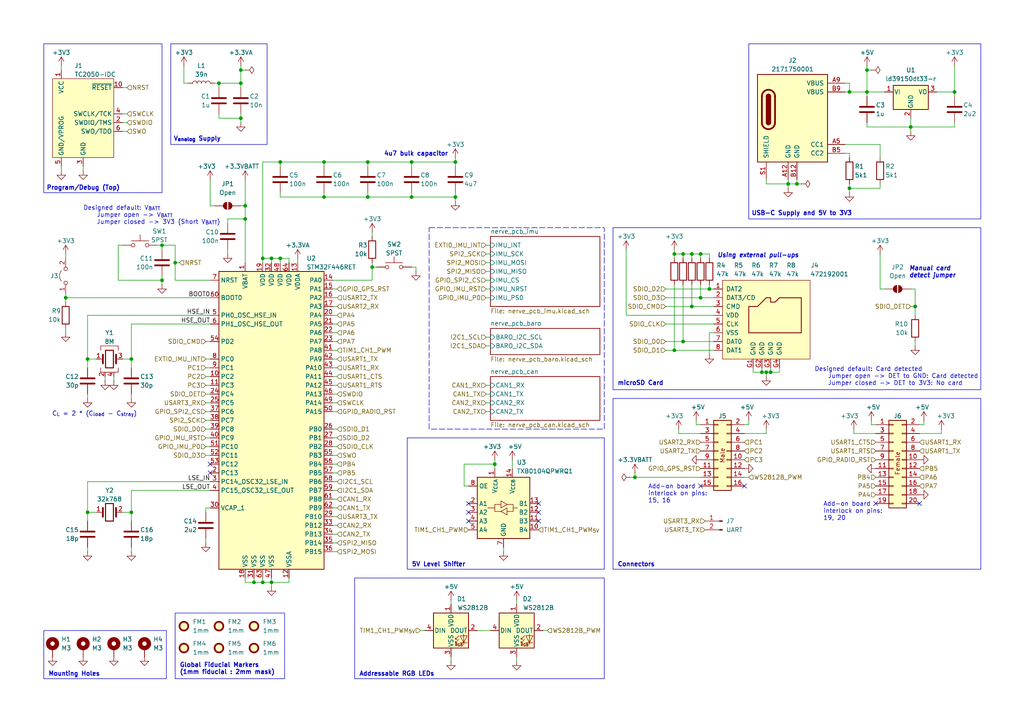
<source format=kicad_sch>
(kicad_sch (version 20250114) (generator "eeschema") (generator_version "9.0")
  (paper "A4")
  (title_block (title "Nerve PCB") (rev "0.1.0") (company "Daniel Jeon"))
  (rectangle (start 50.8 177.8) (end 82.55 196.85))
  (rectangle (start 49.53 12.7) (end 77.47 41.91))
  (rectangle (start 118.11 127) (end 175.26 165.1))
  (rectangle (start 12.7 182.88) (end 48.26 196.85))
  (rectangle (start 124.46 66.04) (end 175.26 124.46) (stroke (width 0) (type dash)))
  (rectangle (start 102.87 167.64) (end 175.26 196.85))
  (rectangle (start 217.17 12.7) (end 284.48 63.5))
  (rectangle (start 12.7 12.7) (end 46.99 55.88))
  (rectangle (start 177.8 115.57) (end 284.48 165.1))
  (rectangle (start 177.8 66.04) (end 284.48 113.03))
  (text "5V Level Shifter" (at 119.38 163.068 0) (effects (font (size 1.27 1.27) (bold yes)) (justify left top)))
  (text "Add-on board\ninterlock on pins:\n15, 16" (at 187.96 143.256 0) (effects (font (size 1.27 1.27)) (justify left)))
  (text "Mounting Holes" (at 13.97 194.818 0) (effects (font (size 1.27 1.27) (bold yes)) (justify left top)))
  (text "Add-on board\ninterlock on pins:\n19, 20" (at 238.76 148.336 0) (effects (font (size 1.27 1.27)) (justify left)))
  (text "Manual card \ndetect jumper" (at 263.652 78.994 0) (effects (font (size 1.27 1.27) (thickness 0.254) (bold yes) (italic yes)) (justify left)))
  (text "Global Fiducial Markers\n(1mm fiducial : 2mm mask)" (at 52.07 192.278 0) (effects (font (size 1.27 1.27) (bold yes)) (justify left top)))
  (text "microSD Card" (at 179.07 110.49 0) (effects (font (size 1.27 1.27) (bold yes)) (justify left top)))
  (text "Connectors" (at 179.07 163.068 0) (effects (font (size 1.27 1.27) (bold yes)) (justify left top)))
  (text "Designed default: V_{BATT}\n    Jumper open -> V_{BATT}\n    Jumper closed -> 3V3 (Short V_{BATT})" (at 24.13 62.484 0) (effects (font (size 1.27 1.27)) (justify left)))
  (text "C_{L} = 2 * (C_{load} - C_{stray})" (at 27.432 119.38 0) (effects (font (size 1.27 1.27) (thickness 0.1588)) (justify top)))
  (text "USB-C Supply and 5V to 3V3" (at 217.932 61.214 0) (effects (font (size 1.27 1.27) (bold yes)) (justify left top)))
  (text "4u7 bulk capacitor" (at 130.048 44.704 0) (effects (font (size 1.27 1.27) (thickness 0.254) (bold yes)) (justify right)))
  (text "Program/Debug (Top)" (at 13.462 53.848 0) (effects (font (size 1.27 1.27) (bold yes)) (justify left top)))
  (text "Addressable RGB LEDs" (at 104.14 194.818 0) (effects (font (size 1.27 1.27) (bold yes)) (justify left top)))
  (text "Designed default: Card detected\n    Jumper open -> DET to GND: Card detected\n    Jumper closed -> DET to 3V3: No card" (at 236.22 109.22 0) (effects (font (size 1.27 1.27)) (justify left)))
  (text "Using external pull-ups" (at 208.026 74.168 0) (effects (font (size 1.27 1.27) (thickness 0.254) (bold yes) (italic yes)) (justify left)))
  (text "V_{analog} Supply" (at 50.292 39.624 0) (effects (font (size 1.27 1.27) (bold yes)) (justify left top)))
  (junction (at 143.51 134.62))
  (junction (at 46.99 81.28))
  (junction (at 203.2 73.66))
  (junction (at 246.38 26.67))
  (junction (at 195.58 73.66))
  (junction (at 93.98 57.15))
  (junction (at 71.12 59.69))
  (junction (at 246.38 54.61))
  (junction (at 107.95 77.47))
  (junction (at 203.2 86.36))
  (junction (at 106.68 57.15))
  (junction (at 205.74 83.82))
  (junction (at 200.66 88.9))
  (junction (at 251.46 26.67))
  (junction (at 73.66 168.91))
  (junction (at 69.85 20.32))
  (junction (at 265.43 88.9))
  (junction (at 228.6 53.34))
  (junction (at 198.12 73.66))
  (junction (at 81.28 74.93))
  (junction (at 231.14 53.34))
  (junction (at 198.12 99.06))
  (junction (at 132.08 46.99))
  (junction (at 81.28 46.99))
  (junction (at 78.74 168.91))
  (junction (at 251.46 20.32))
  (junction (at 25.4 104.14))
  (junction (at 25.4 148.59))
  (junction (at 264.16 36.83))
  (junction (at 93.98 46.99))
  (junction (at 276.86 26.67))
  (junction (at 63.5 24.13))
  (junction (at 222.25 107.95))
  (junction (at 71.12 63.5))
  (junction (at 76.2 74.93))
  (junction (at 19.05 86.36))
  (junction (at 119.38 57.15))
  (junction (at 220.98 107.95))
  (junction (at 46.99 71.12))
  (junction (at 69.85 24.13))
  (junction (at 223.52 107.95))
  (junction (at 76.2 168.91))
  (junction (at 69.85 34.29))
  (junction (at 132.08 57.15))
  (junction (at 38.1 104.14))
  (junction (at 195.58 101.6))
  (junction (at 50.8 76.2))
  (junction (at 78.74 74.93))
  (junction (at 184.15 138.43))
  (junction (at 119.38 46.99))
  (junction (at 106.68 46.99))
  (junction (at 38.1 148.59))
  (junction (at 200.66 73.66))
  (no_connect (at 135.89 148.59))
  (no_connect (at 156.21 146.05))
  (no_connect (at 156.21 148.59))
  (no_connect (at 215.9 140.97))
  (no_connect (at 254 146.05))
  (no_connect (at 203.2 140.97))
  (no_connect (at 266.7 146.05))
  (no_connect (at 135.89 146.05))
  (no_connect (at 156.21 151.13))
  (no_connect (at 60.96 137.16))
  (no_connect (at 60.96 134.62))
  (no_connect (at 135.89 151.13))
  (wire (pts (xy 59.69 109.22) (xy 60.96 109.22)))
  (wire (pts (xy 53.34 19.05) (xy 53.34 24.13)))
  (wire (pts (xy 96.52 114.3) (xy 97.79 114.3)))
  (wire (pts (xy 203.2 73.66) (xy 203.2 74.93)))
  (wire (pts (xy 220.98 107.95) (xy 222.25 107.95)))
  (wire (pts (xy 35.56 33.02) (xy 36.83 33.02)))
  (wire (pts (xy 120.65 77.47) (xy 119.38 77.47)))
  (wire (pts (xy 251.46 26.67) (xy 251.46 27.94)))
  (wire (pts (xy 106.68 46.99) (xy 119.38 46.99)))
  (wire (pts (xy 25.4 148.59) (xy 25.4 151.13)))
  (wire (pts (xy 107.95 81.28) (xy 107.95 77.47)))
  (wire (pts (xy 264.16 36.83) (xy 276.86 36.83)))
  (wire (pts (xy 140.97 114.3) (xy 142.24 114.3)))
  (wire (pts (xy 217.17 123.19) (xy 217.17 121.92)))
  (wire (pts (xy 34.29 71.12) (xy 35.56 71.12)))
  (wire (pts (xy 254 123.19) (xy 252.73 123.19)))
  (wire (pts (xy 25.4 91.44) (xy 60.96 91.44)))
  (wire (pts (xy 149.86 191.77) (xy 149.86 190.5)))
  (wire (pts (xy 193.04 93.98) (xy 207.01 93.98)))
  (wire (pts (xy 96.52 96.52) (xy 97.79 96.52)))
  (wire (pts (xy 59.69 111.76) (xy 60.96 111.76)))
  (wire (pts (xy 140.97 116.84) (xy 142.24 116.84)))
  (wire (pts (xy 71.12 168.91) (xy 73.66 168.91)))
  (wire (pts (xy 38.1 93.98) (xy 60.96 93.98)))
  (wire (pts (xy 25.4 115.57) (xy 25.4 114.3)))
  (wire (pts (xy 96.52 106.68) (xy 97.79 106.68)))
  (wire (pts (xy 205.74 83.82) (xy 207.01 83.82)))
  (wire (pts (xy 195.58 73.66) (xy 195.58 74.93)))
  (wire (pts (xy 106.68 57.15) (xy 119.38 57.15)))
  (wire (pts (xy 140.97 86.36) (xy 142.24 86.36)))
  (wire (pts (xy 198.12 73.66) (xy 195.58 73.66)))
  (wire (pts (xy 19.05 85.09) (xy 19.05 86.36)))
  (wire (pts (xy 96.52 142.24) (xy 97.79 142.24)))
  (wire (pts (xy 267.97 123.19) (xy 267.97 121.92)))
  (wire (pts (xy 76.2 168.91) (xy 78.74 168.91)))
  (wire (pts (xy 143.51 134.62) (xy 143.51 135.89)))
  (wire (pts (xy 78.74 167.64) (xy 78.74 168.91)))
  (wire (pts (xy 198.12 82.55) (xy 198.12 99.06)))
  (wire (pts (xy 46.99 71.12) (xy 46.99 72.39)))
  (wire (pts (xy 266.7 123.19) (xy 267.97 123.19)))
  (wire (pts (xy 223.52 107.95) (xy 226.06 107.95)))
  (wire (pts (xy 205.74 96.52) (xy 205.74 102.87)))
  (wire (pts (xy 276.86 19.05) (xy 276.86 26.67)))
  (wire (pts (xy 96.52 132.08) (xy 97.79 132.08)))
  (wire (pts (xy 245.11 26.67) (xy 246.38 26.67)))
  (wire (pts (xy 69.85 25.4) (xy 69.85 24.13)))
  (wire (pts (xy 184.15 138.43) (xy 184.15 137.16)))
  (wire (pts (xy 158.75 182.88) (xy 157.48 182.88)))
  (wire (pts (xy 184.15 138.43) (xy 182.88 138.43)))
  (wire (pts (xy 265.43 83.82) (xy 265.43 88.9)))
  (wire (pts (xy 62.23 59.69) (xy 60.96 59.69)))
  (wire (pts (xy 34.29 71.12) (xy 34.29 81.28)))
  (wire (pts (xy 38.1 115.57) (xy 38.1 114.3)))
  (wire (pts (xy 66.04 73.66) (xy 66.04 72.39)))
  (wire (pts (xy 96.52 119.38) (xy 97.79 119.38)))
  (wire (pts (xy 217.17 138.43) (xy 215.9 138.43)))
  (wire (pts (xy 276.86 26.67) (xy 271.78 26.67)))
  (wire (pts (xy 119.38 46.99) (xy 119.38 48.26)))
  (wire (pts (xy 264.16 34.29) (xy 264.16 36.83)))
  (wire (pts (xy 247.65 124.46) (xy 247.65 125.73)))
  (wire (pts (xy 207.01 101.6) (xy 195.58 101.6)))
  (wire (pts (xy 106.68 55.88) (xy 106.68 57.15)))
  (wire (pts (xy 46.99 80.01) (xy 46.99 81.28)))
  (wire (pts (xy 218.44 106.68) (xy 218.44 107.95)))
  (wire (pts (xy 135.89 140.97) (xy 134.62 140.97)))
  (wire (pts (xy 222.25 107.95) (xy 223.52 107.95)))
  (wire (pts (xy 193.04 86.36) (xy 203.2 86.36)))
  (wire (pts (xy 78.74 168.91) (xy 78.74 170.18)))
  (wire (pts (xy 93.98 48.26) (xy 93.98 46.99)))
  (wire (pts (xy 25.4 91.44) (xy 25.4 104.14)))
  (wire (pts (xy 60.96 59.69) (xy 60.96 52.07)))
  (wire (pts (xy 96.52 147.32) (xy 97.79 147.32)))
  (wire (pts (xy 63.5 24.13) (xy 69.85 24.13)))
  (wire (pts (xy 201.93 123.19) (xy 201.93 121.92)))
  (wire (pts (xy 226.06 107.95) (xy 226.06 106.68)))
  (wire (pts (xy 106.68 46.99) (xy 106.68 48.26)))
  (wire (pts (xy 198.12 73.66) (xy 198.12 74.93)))
  (wire (pts (xy 195.58 73.66) (xy 195.58 72.39)))
  (wire (pts (xy 200.66 82.55) (xy 200.66 88.9)))
  (wire (pts (xy 73.66 168.91) (xy 76.2 168.91)))
  (wire (pts (xy 246.38 44.45) (xy 246.38 45.72)))
  (wire (pts (xy 63.5 34.29) (xy 69.85 34.29)))
  (wire (pts (xy 59.69 157.48) (xy 59.69 156.21)))
  (wire (pts (xy 38.1 104.14) (xy 35.56 104.14)))
  (wire (pts (xy 59.69 99.06) (xy 60.96 99.06)))
  (wire (pts (xy 231.14 52.07) (xy 231.14 53.34)))
  (wire (pts (xy 130.81 173.99) (xy 130.81 175.26)))
  (wire (pts (xy 96.52 111.76) (xy 97.79 111.76)))
  (wire (pts (xy 60.96 139.7) (xy 25.4 139.7)))
  (wire (pts (xy 246.38 54.61) (xy 255.27 54.61)))
  (wire (pts (xy 59.69 124.46) (xy 60.96 124.46)))
  (wire (pts (xy 251.46 20.32) (xy 251.46 26.67)))
  (wire (pts (xy 96.52 144.78) (xy 97.79 144.78)))
  (wire (pts (xy 25.4 139.7) (xy 25.4 148.59)))
  (wire (pts (xy 59.69 127) (xy 60.96 127)))
  (wire (pts (xy 96.52 137.16) (xy 97.79 137.16)))
  (wire (pts (xy 96.52 124.46) (xy 97.79 124.46)))
  (wire (pts (xy 222.25 125.73) (xy 215.9 125.73)))
  (wire (pts (xy 276.86 36.83) (xy 276.86 35.56)))
  (wire (pts (xy 62.23 24.13) (xy 63.5 24.13)))
  (wire (pts (xy 140.97 81.28) (xy 142.24 81.28)))
  (wire (pts (xy 203.2 123.19) (xy 201.93 123.19)))
  (wire (pts (xy 83.82 76.2) (xy 83.82 74.93)))
  (wire (pts (xy 96.52 109.22) (xy 97.79 109.22)))
  (wire (pts (xy 181.61 72.39) (xy 181.61 91.44)))
  (wire (pts (xy 220.98 106.68) (xy 220.98 107.95)))
  (wire (pts (xy 140.97 83.82) (xy 142.24 83.82)))
  (wire (pts (xy 120.65 78.74) (xy 120.65 77.47)))
  (wire (pts (xy 231.14 53.34) (xy 232.41 53.34)))
  (wire (pts (xy 193.04 88.9) (xy 200.66 88.9)))
  (wire (pts (xy 132.08 55.88) (xy 132.08 57.15)))
  (wire (pts (xy 63.5 33.02) (xy 63.5 34.29)))
  (wire (pts (xy 218.44 107.95) (xy 220.98 107.95)))
  (wire (pts (xy 107.95 67.31) (xy 107.95 68.58)))
  (wire (pts (xy 76.2 74.93) (xy 76.2 76.2)))
  (wire (pts (xy 251.46 26.67) (xy 256.54 26.67)))
  (wire (pts (xy 59.69 106.68) (xy 60.96 106.68)))
  (wire (pts (xy 81.28 48.26) (xy 81.28 46.99)))
  (wire (pts (xy 140.97 71.12) (xy 142.24 71.12)))
  (wire (pts (xy 140.97 119.38) (xy 142.24 119.38)))
  (wire (pts (xy 76.2 46.99) (xy 76.2 74.93)))
  (wire (pts (xy 46.99 71.12) (xy 50.8 71.12)))
  (wire (pts (xy 71.12 63.5) (xy 71.12 76.2)))
  (wire (pts (xy 59.69 116.84) (xy 60.96 116.84)))
  (wire (pts (xy 264.16 88.9) (xy 265.43 88.9)))
  (wire (pts (xy 59.69 104.14) (xy 60.96 104.14)))
  (wire (pts (xy 27.94 148.59) (xy 25.4 148.59)))
  (wire (pts (xy 71.12 52.07) (xy 71.12 59.69)))
  (wire (pts (xy 140.97 100.33) (xy 142.24 100.33)))
  (wire (pts (xy 93.98 55.88) (xy 93.98 57.15)))
  (wire (pts (xy 96.52 101.6) (xy 97.79 101.6)))
  (wire (pts (xy 205.74 74.93) (xy 205.74 73.66)))
  (wire (pts (xy 76.2 167.64) (xy 76.2 168.91)))
  (wire (pts (xy 222.25 107.95) (xy 222.25 109.22)))
  (wire (pts (xy 140.97 111.76) (xy 142.24 111.76)))
  (wire (pts (xy 149.86 173.99) (xy 149.86 175.26)))
  (wire (pts (xy 38.1 148.59) (xy 35.56 148.59)))
  (wire (pts (xy 132.08 57.15) (xy 132.08 58.42)))
  (wire (pts (xy 251.46 19.05) (xy 251.46 20.32)))
  (wire (pts (xy 265.43 88.9) (xy 265.43 91.44)))
  (wire (pts (xy 59.69 119.38) (xy 60.96 119.38)))
  (wire (pts (xy 193.04 101.6) (xy 195.58 101.6)))
  (wire (pts (xy 134.62 140.97) (xy 134.62 134.62)))
  (wire (pts (xy 252.73 20.32) (xy 251.46 20.32)))
  (wire (pts (xy 140.97 76.2) (xy 142.24 76.2)))
  (wire (pts (xy 46.99 81.28) (xy 46.99 82.55)))
  (wire (pts (xy 251.46 36.83) (xy 264.16 36.83)))
  (wire (pts (xy 251.46 36.83) (xy 251.46 35.56)))
  (wire (pts (xy 34.29 81.28) (xy 46.99 81.28)))
  (wire (pts (xy 119.38 46.99) (xy 132.08 46.99)))
  (wire (pts (xy 96.52 81.28) (xy 107.95 81.28)))
  (wire (pts (xy 33.02 110.49) (xy 33.02 109.22)))
  (wire (pts (xy 276.86 26.67) (xy 276.86 27.94)))
  (wire (pts (xy 38.1 148.59) (xy 38.1 151.13)))
  (wire (pts (xy 264.16 38.1) (xy 264.16 36.83)))
  (wire (pts (xy 138.43 182.88) (xy 142.24 182.88)))
  (wire (pts (xy 246.38 24.13) (xy 246.38 26.67)))
  (wire (pts (xy 140.97 78.74) (xy 142.24 78.74)))
  (wire (pts (xy 60.96 147.32) (xy 59.69 147.32)))
  (wire (pts (xy 228.6 53.34) (xy 231.14 53.34)))
  (wire (pts (xy 134.62 134.62) (xy 143.51 134.62)))
  (wire (pts (xy 222.25 124.46) (xy 222.25 125.73)))
  (wire (pts (xy 96.52 86.36) (xy 97.79 86.36)))
  (wire (pts (xy 59.69 132.08) (xy 60.96 132.08)))
  (wire (pts (xy 45.72 71.12) (xy 46.99 71.12)))
  (wire (pts (xy 222.25 52.07) (xy 222.25 53.34)))
  (wire (pts (xy 200.66 73.66) (xy 200.66 74.93)))
  (wire (pts (xy 38.1 142.24) (xy 60.96 142.24)))
  (wire (pts (xy 255.27 73.66) (xy 255.27 83.82)))
  (wire (pts (xy 203.2 82.55) (xy 203.2 86.36)))
  (wire (pts (xy 25.4 160.02) (xy 25.4 158.75)))
  (wire (pts (xy 71.12 167.64) (xy 71.12 168.91)))
  (wire (pts (xy 78.74 74.93) (xy 76.2 74.93)))
  (wire (pts (xy 96.52 149.86) (xy 97.79 149.86)))
  (wire (pts (xy 69.85 20.32) (xy 69.85 24.13)))
  (wire (pts (xy 205.74 73.66) (xy 203.2 73.66)))
  (wire (pts (xy 38.1 93.98) (xy 38.1 104.14)))
  (wire (pts (xy 246.38 53.34) (xy 246.38 54.61)))
  (wire (pts (xy 203.2 86.36) (xy 207.01 86.36)))
  (wire (pts (xy 17.78 19.05) (xy 17.78 20.32)))
  (wire (pts (xy 81.28 57.15) (xy 93.98 57.15)))
  (wire (pts (xy 132.08 46.99) (xy 132.08 48.26)))
  (wire (pts (xy 52.07 76.2) (xy 50.8 76.2)))
  (wire (pts (xy 148.59 133.35) (xy 148.59 135.89)))
  (wire (pts (xy 200.66 73.66) (xy 198.12 73.66)))
  (wire (pts (xy 207.01 99.06) (xy 198.12 99.06)))
  (wire (pts (xy 130.81 191.77) (xy 130.81 190.5)))
  (wire (pts (xy 66.04 63.5) (xy 71.12 63.5)))
  (wire (pts (xy 78.74 168.91) (xy 83.82 168.91)))
  (wire (pts (xy 246.38 44.45) (xy 245.11 44.45)))
  (wire (pts (xy 96.52 157.48) (xy 97.79 157.48)))
  (wire (pts (xy 81.28 55.88) (xy 81.28 57.15)))
  (wire (pts (xy 63.5 24.13) (xy 63.5 25.4)))
  (wire (pts (xy 265.43 99.06) (xy 265.43 100.33)))
  (wire (pts (xy 50.8 71.12) (xy 50.8 76.2)))
  (wire (pts (xy 19.05 74.93) (xy 19.05 73.66)))
  (wire (pts (xy 132.08 45.72) (xy 132.08 46.99)))
  (wire (pts (xy 119.38 57.15) (xy 132.08 57.15)))
  (wire (pts (xy 143.51 133.35) (xy 143.51 134.62)))
  (wire (pts (xy 59.69 129.54) (xy 60.96 129.54)))
  (wire (pts (xy 83.82 167.64) (xy 83.82 168.91)))
  (wire (pts (xy 245.11 41.91) (xy 255.27 41.91)))
  (wire (pts (xy 24.13 48.26) (xy 24.13 49.53)))
  (wire (pts (xy 205.74 96.52) (xy 207.01 96.52)))
  (wire (pts (xy 96.52 93.98) (xy 97.79 93.98)))
  (wire (pts (xy 19.05 86.36) (xy 19.05 87.63)))
  (wire (pts (xy 19.05 86.36) (xy 60.96 86.36)))
  (wire (pts (xy 66.04 64.77) (xy 66.04 63.5)))
  (wire (pts (xy 50.8 76.2) (xy 50.8 81.28)))
  (wire (pts (xy 246.38 26.67) (xy 251.46 26.67)))
  (wire (pts (xy 38.1 104.14) (xy 38.1 106.68)))
  (wire (pts (xy 96.52 104.14) (xy 97.79 104.14)))
  (wire (pts (xy 69.85 19.05) (xy 69.85 20.32)))
  (wire (pts (xy 73.66 167.64) (xy 73.66 168.91)))
  (wire (pts (xy 222.25 53.34) (xy 228.6 53.34)))
  (wire (pts (xy 35.56 38.1) (xy 36.83 38.1)))
  (wire (pts (xy 203.2 73.66) (xy 200.66 73.66)))
  (wire (pts (xy 35.56 35.56) (xy 36.83 35.56)))
  (wire (pts (xy 25.4 104.14) (xy 25.4 106.68)))
  (wire (pts (xy 228.6 53.34) (xy 228.6 54.61)))
  (wire (pts (xy 193.04 83.82) (xy 205.74 83.82)))
  (wire (pts (xy 38.1 142.24) (xy 38.1 148.59)))
  (wire (pts (xy 215.9 123.19) (xy 217.17 123.19)))
  (wire (pts (xy 96.52 83.82) (xy 97.79 83.82)))
  (wire (pts (xy 193.04 99.06) (xy 198.12 99.06)))
  (wire (pts (xy 86.36 74.93) (xy 86.36 76.2)))
  (wire (pts (xy 96.52 152.4) (xy 97.79 152.4)))
  (wire (pts (xy 96.52 154.94) (xy 97.79 154.94)))
  (wire (pts (xy 273.05 125.73) (xy 266.7 125.73)))
  (wire (pts (xy 228.6 52.07) (xy 228.6 53.34)))
  (wire (pts (xy 109.22 77.47) (xy 107.95 77.47)))
  (wire (pts (xy 93.98 46.99) (xy 106.68 46.99)))
  (wire (pts (xy 247.65 125.73) (xy 254 125.73)))
  (wire (pts (xy 195.58 82.55) (xy 195.58 101.6)))
  (wire (pts (xy 140.97 97.79) (xy 142.24 97.79)))
  (wire (pts (xy 38.1 160.02) (xy 38.1 158.75)))
  (wire (pts (xy 252.73 123.19) (xy 252.73 121.92)))
  (wire (pts (xy 81.28 46.99) (xy 93.98 46.99)))
  (wire (pts (xy 96.52 139.7) (xy 97.79 139.7)))
  (wire (pts (xy 207.01 88.9) (xy 200.66 88.9)))
  (wire (pts (xy 71.12 59.69) (xy 71.12 63.5)))
  (wire (pts (xy 121.92 182.88) (xy 123.19 182.88)))
  (wire (pts (xy 96.52 88.9) (xy 97.79 88.9)))
  (wire (pts (xy 256.54 83.82) (xy 255.27 83.82)))
  (wire (pts (xy 78.74 76.2) (xy 78.74 74.93)))
  (wire (pts (xy 119.38 55.88) (xy 119.38 57.15)))
  (wire (pts (xy 205.74 82.55) (xy 205.74 83.82)))
  (wire (pts (xy 96.52 91.44) (xy 97.79 91.44)))
  (wire (pts (xy 59.69 114.3) (xy 60.96 114.3)))
  (wire (pts (xy 69.85 59.69) (xy 71.12 59.69)))
  (wire (pts (xy 35.56 25.4) (xy 36.83 25.4)))
  (wire (pts (xy 78.74 74.93) (xy 81.28 74.93)))
  (wire (pts (xy 96.52 127) (xy 97.79 127)))
  (wire (pts (xy 69.85 33.02) (xy 69.85 34.29)))
  (wire (pts (xy 17.78 48.26) (xy 17.78 49.53)))
  (wire (pts (xy 93.98 57.15) (xy 106.68 57.15)))
  (wire (pts (xy 223.52 106.68) (xy 223.52 107.95)))
  (wire (pts (xy 107.95 77.47) (xy 107.95 76.2)))
  (wire (pts (xy 96.52 160.02) (xy 97.79 160.02)))
  (wire (pts (xy 140.97 73.66) (xy 142.24 73.66)))
  (wire (pts (xy 81.28 76.2) (xy 81.28 74.93)))
  (wire (pts (xy 196.85 125.73) (xy 203.2 125.73)))
  (wire (pts (xy 264.16 83.82) (xy 265.43 83.82)))
  (wire (pts (xy 69.85 35.56) (xy 69.85 34.29)))
  (wire (pts (xy 30.48 110.49) (xy 30.48 109.22)))
  (wire (pts (xy 273.05 124.46) (xy 273.05 125.73)))
  (wire (pts (xy 59.69 147.32) (xy 59.69 148.59)))
  (wire (pts (xy 50.8 81.28) (xy 60.96 81.28)))
  (wire (pts (xy 96.52 134.62) (xy 97.79 134.62)))
  (wire (pts (xy 245.11 24.13) (xy 246.38 24.13)))
  (wire (pts (xy 69.85 20.32) (xy 71.12 20.32)))
  (wire (pts (xy 255.27 41.91) (xy 255.27 45.72)))
  (wire (pts (xy 196.85 124.46) (xy 196.85 125.73)))
  (wire (pts (xy 53.34 24.13) (xy 54.61 24.13)))
  (wire (pts (xy 76.2 46.99) (xy 81.28 46.99)))
  (wire (pts (xy 181.61 91.44) (xy 207.01 91.44)))
  (wire (pts (xy 96.52 99.06) (xy 97.79 99.06)))
  (wire (pts (xy 146.05 160.02) (xy 146.05 158.75)))
  (wire (pts (xy 27.94 104.14) (xy 25.4 104.14)))
  (wire (pts (xy 96.52 129.54) (xy 97.79 129.54)))
  (wire (pts (xy 203.2 138.43) (xy 184.15 138.43)))
  (wire (pts (xy 19.05 96.52) (xy 19.05 95.25)))
  (wire (pts (xy 255.27 53.34) (xy 255.27 54.61)))
  (wire (pts (xy 83.82 74.93) (xy 81.28 74.93)))
  (wire (pts (xy 59.69 121.92) (xy 60.96 121.92)))
  (wire (pts (xy 246.38 54.61) (xy 246.38 55.88)))
  (wire (pts (xy 96.52 116.84) (xy 97.79 116.84)))
  (label "HSE_IN" (at 60.96 91.44 180))
  (label "HSE_OUT" (at 60.96 93.98 180))
  (label "LSE_IN" (at 60.96 139.7 180))
  (label "LSE_OUT" (at 60.96 142.24 180))
  (label "BOOT0" (at 60.96 86.36 180))
  (hierarchical_label "SWO" (shape input) (at 97.79 132.08 0))
  (hierarchical_label "I2C1_SCL" (shape input) (at 140.97 97.79 180))
  (hierarchical_label "GPIO_IMU_RST" (shape input) (at 140.97 83.82 180))
  (hierarchical_label "PC1" (shape input) (at 59.69 106.68 180))
  (hierarchical_label "USART1_RTS" (shape input) (at 97.79 111.76 0))
  (hierarchical_label "USART2_TX" (shape input) (at 97.79 86.36 0))
  (hierarchical_label "SPI2_MISO" (shape input) (at 140.97 78.74 180))
  (hierarchical_label "PC3" (shape input) (at 59.69 111.76 180))
  (hierarchical_label "GPIO_RADIO_RST" (shape input) (at 97.79 119.38 0))
  (hierarchical_label "SDIO_D1" (shape input) (at 193.04 101.6 180))
  (hierarchical_label "SDIO_D3" (shape input) (at 193.04 86.36 180))
  (hierarchical_label "USART1_CTS" (shape input) (at 254 128.27 180))
  (hierarchical_label "SDIO_CMD" (shape input) (at 193.04 88.9 180))
  (hierarchical_label "PC2" (shape input) (at 215.9 130.81 0))
  (hierarchical_label "GPIO_GPS_RST" (shape input) (at 97.79 83.82 0))
  (hierarchical_label "SPI2_SCK" (shape input) (at 140.97 73.66 180))
  (hierarchical_label "PC3" (shape input) (at 215.9 133.35 0))
  (hierarchical_label "I2C1_SDA" (shape input) (at 97.79 142.24 0))
  (hierarchical_label "TIM1_CH1_PWM" (shape input) (at 97.79 101.6 0))
  (hierarchical_label "USART2_TX" (shape input) (at 203.2 130.81 180))
  (hierarchical_label "GPIO_SPI2_CS" (shape input) (at 59.69 119.38 180))
  (hierarchical_label "GPIO_IMU_P0" (shape input) (at 140.97 86.36 180))
  (hierarchical_label "PA4" (shape input) (at 97.79 91.44 0))
  (hierarchical_label "CAN2_RX" (shape input) (at 97.79 152.4 0))
  (hierarchical_label "WS2812B_PWM" (shape input) (at 158.75 182.88 0))
  (hierarchical_label "USART1_CTS" (shape input) (at 97.79 109.22 0))
  (hierarchical_label "SDIO_D3" (shape input) (at 59.69 132.08 180))
  (hierarchical_label "USART1_RX" (shape input) (at 266.7 128.27 0))
  (hierarchical_label "NRST" (shape input) (at 52.07 76.2 0))
  (hierarchical_label "CAN1_TX" (shape input) (at 140.97 114.3 180))
  (hierarchical_label "GPIO_SPI2_CS" (shape input) (at 140.97 81.28 180))
  (hierarchical_label "CAN2_TX" (shape input) (at 140.97 119.38 180))
  (hierarchical_label "SDIO_DET" (shape input) (at 59.69 114.3 180))
  (hierarchical_label "PB4" (shape input) (at 97.79 134.62 0))
  (hierarchical_label "SDIO_D1" (shape input) (at 97.79 124.46 0))
  (hierarchical_label "I2C1_SCL" (shape input) (at 97.79 139.7 0))
  (hierarchical_label "SDIO_CLK" (shape input) (at 97.79 129.54 0))
  (hierarchical_label "USART1_TX" (shape input) (at 97.79 104.14 0))
  (hierarchical_label "USART3_RX" (shape input) (at 204.47 151.13 180))
  (hierarchical_label "SDIO_DET" (shape input) (at 264.16 88.9 180))
  (hierarchical_label "USART2_RX" (shape input) (at 203.2 128.27 180))
  (hierarchical_label "PA4" (shape input) (at 254 143.51 180))
  (hierarchical_label "NRST" (shape input) (at 36.83 25.4 0))
  (hierarchical_label "CAN1_TX" (shape input) (at 97.79 147.32 0))
  (hierarchical_label "PA6" (shape input) (at 97.79 96.52 0))
  (hierarchical_label "SWCLK" (shape input) (at 97.79 116.84 0))
  (hierarchical_label "SWO" (shape input) (at 36.83 38.1 0))
  (hierarchical_label "USART1_RX" (shape input) (at 97.79 106.68 0))
  (hierarchical_label "EXTI0_IMU_INT" (shape input) (at 59.69 104.14 180))
  (hierarchical_label "PC2" (shape input) (at 59.69 109.22 180))
  (hierarchical_label "PA7" (shape input) (at 266.7 140.97 0))
  (hierarchical_label "PB4" (shape input) (at 254 138.43 180))
  (hierarchical_label "USART3_TX" (shape input) (at 204.47 153.67 180))
  (hierarchical_label "PB5" (shape input) (at 97.79 137.16 0))
  (hierarchical_label "PA5" (shape input) (at 254 140.97 180))
  (hierarchical_label "EXTI0_IMU_INT" (shape input) (at 140.97 71.12 180))
  (hierarchical_label "PA5" (shape input) (at 97.79 93.98 0))
  (hierarchical_label "CAN2_RX" (shape input) (at 140.97 116.84 180))
  (hierarchical_label "SWDIO" (shape input) (at 36.83 35.56 0))
  (hierarchical_label "PA6" (shape input) (at 266.7 138.43 0))
  (hierarchical_label "CAN1_RX" (shape input) (at 97.79 144.78 0))
  (hierarchical_label "PA7" (shape input) (at 97.79 99.06 0))
  (hierarchical_label "USART3_RX" (shape input) (at 59.69 116.84 180))
  (hierarchical_label "CAN1_RX" (shape input) (at 140.97 111.76 180))
  (hierarchical_label "CAN2_TX" (shape input) (at 97.79 154.94 0))
  (hierarchical_label "SDIO_CMD" (shape input) (at 59.69 99.06 180))
  (hierarchical_label "I2C1_SDA" (shape input) (at 140.97 100.33 180))
  (hierarchical_label "PB5" (shape input) (at 266.7 135.89 0))
  (hierarchical_label "SPI2_SCK" (shape input) (at 59.69 121.92 180))
  (hierarchical_label "WS2812B_PWM" (shape input) (at 217.17 138.43 0))
  (hierarchical_label "SDIO_CLK" (shape input) (at 193.04 93.98 180))
  (hierarchical_label "USART1_RTS" (shape input) (at 254 130.81 180))
  (hierarchical_label "SPI2_MOSI" (shape input) (at 140.97 76.2 180))
  (hierarchical_label "USART2_RX" (shape input) (at 97.79 88.9 0))
  (hierarchical_label "SPI2_MISO" (shape input) (at 97.79 157.48 0))
  (hierarchical_label "SDIO_D2" (shape input) (at 193.04 83.82 180))
  (hierarchical_label "SDIO_D2" (shape input) (at 97.79 127 0))
  (hierarchical_label "SPI2_MOSI" (shape input) (at 97.79 160.02 0))
  (hierarchical_label "GPIO_RADIO_RST" (shape input) (at 254 133.35 180))
  (hierarchical_label "TIM1_CH1_PWM_{5V}" (shape input) (at 121.92 182.88 180))
  (hierarchical_label "SWCLK" (shape input) (at 36.83 33.02 0))
  (hierarchical_label "GPIO_IMU_RST" (shape input) (at 59.69 127 180))
  (hierarchical_label "GPIO_IMU_P0" (shape input) (at 59.69 129.54 180))
  (hierarchical_label "USART1_TX" (shape input) (at 266.7 130.81 0))
  (hierarchical_label "USART3_TX" (shape input) (at 97.79 149.86 0))
  (hierarchical_label "PC1" (shape input) (at 215.9 128.27 0))
  (hierarchical_label "SDIO_D0" (shape input) (at 193.04 99.06 180))
  (hierarchical_label "SDIO_D0" (shape input) (at 59.69 124.46 180))
  (hierarchical_label "GPIO_GPS_RST" (shape input) (at 203.2 135.89 180))
  (hierarchical_label "SWDIO" (shape input) (at 97.79 114.3 0))
  (hierarchical_label "TIM1_CH1_PWM_{5V}" (shape input) (at 156.21 153.67 0))
  (hierarchical_label "TIM1_CH1_PWM" (shape input) (at 135.89 153.67 180))
  (symbol (lib_id "power:GND") (at 215.9 135.89 90) (unit 1)
    (property "Reference" "#PWR045" (effects (hide yes)))
    (property "Value" "GND" (effects (hide yes)))
    (property "Description" "Power symbol creates a global label with name \"GND\" , ground" (effects (hide yes)))
  )
  (symbol (lib_id "Device:C") (at 276.86 31.75 0) (unit 1)
    (property "Reference" "C4" (at 279.4 30.48 0) (effects (justify left)))
    (property "Value" "2u2" (at 279.4 33.02 0) (effects (justify left)))
    (property "Footprint" "Capacitor_SMD:C_0603_1608Metric" (effects (hide yes)))
    (property "Description" "Unpolarized capacitor" (effects (hide yes)))
  )
  (symbol (lib_id "common:ecs-_327-12_5-34r-c-tr_32k768hz") (at 31.75 148.59 0) (unit 1)
    (property "Reference" "Y2" (at 31.75 142.24 0))
    (property "Value" "32k768" (at 31.75 144.78 0))
    (property "Footprint" "common:ecs_ecx-34r" (effects (hide yes)))
    (property "Datasheet" "https://ecsxtal.com/store/pdf/ECX_34R.pdf" (effects (hide yes)))
    (property "Description" "32.768 kHz ±10ppm Crystal 12.5pF 50 kOhms 2-SMD, No Lead" (effects (hide yes)))
    (property "Manufacturer" "ECS Inc." (effects (hide yes)))
    (property "Manufacturer Part Number" "ECS-.327-12.5-34R-C-TR" (effects (hide yes)))
    (property "Distributor" "DigiKey" (effects (hide yes)))
    (property "Distributor Part Number" "XC2127CT-ND" (effects (hide yes)))
    (property "Distributor Link" "https://www.digikey.ca/en/products/detail/ecs-inc/ECS-327-12-5-34R-C-TR/5875553?s=N4IgTCBcDaIKIGEDKBaAdAZjAdhQRjDQFYUMAWAJRQRQBUKQBdAXyA" (effects (hide yes)))
  )
  (symbol (lib_id "connectors:bf080-20-a-1-l-c") (at 260.35 134.62 0) (unit 1)
    (property "Reference" "J6" (at 260.35 120.65 0))
    (property "Value" "BF080-20-A-1-L-C" (effects (hide yes)))
    (property "Footprint" "connectors:bf080-20-a-1-l-c" (effects (hide yes)))
    (property "Datasheet" "https://gct.co/files/drawings/bf080.pdf" (effects (hide yes)))
    (property "Description" "20 Position Receptacle, Bottom or Top Entry Connector 0.079\" (2.00mm) Surface Mount Gold" (effects (hide yes)))
    (property "Manufacturer" "GCT" (effects (hide yes)))
    (property "Manufacturer Part Number" "BF080-20-A-1-L-C" (effects (hide yes)))
    (property "Distributor" "DigiKey" (effects (hide yes)))
    (property "Distributor Part Number" "2073-BF080-20-A-1-L-CCT-ND" (effects (hide yes)))
    (property "Distributor Link" "https://www.digikey.ca/en/products/detail/gct/BF080-20-A-1-L-C/16397025?s=N4IgTCBcDaIEYDMAMAOJBaMGCG6CM6ANugMYgC6AvkA" (effects (hide yes)))
  )
  (symbol (lib_id "Device:C") (at 251.46 31.75 0) (unit 1)
    (property "Reference" "C3" (at 254 30.48 0) (effects (justify left)))
    (property "Value" "1u" (at 254 33.02 0) (effects (justify left)))
    (property "Footprint" "Capacitor_SMD:C_0603_1608Metric" (effects (hide yes)))
    (property "Description" "Unpolarized capacitor" (effects (hide yes)))
  )
  (symbol (lib_id "Device:R") (at 205.74 78.74 0) (unit 1)
    (property "Reference" "R8" (at 228.092 76.962 0) (effects (justify left)))
    (property "Value" "47k" (at 228.092 79.502 0) (effects (justify left)))
    (property "Footprint" "Resistor_SMD:R_0603_1608Metric" (effects (hide yes)))
    (property "Description" "Resistor" (effects (hide yes)))
  )
  (symbol (lib_id "power:GND") (at 130.81 191.77 0) (unit 1)
    (property "Reference" "#PWR060" (effects (hide yes)))
    (property "Value" "GND" (effects (hide yes)))
    (property "Description" "Power symbol creates a global label with name \"GND\" , ground" (effects (hide yes)))
  )
  (symbol (lib_id "Device:R") (at 246.38 49.53 0) (unit 1)
    (property "Reference" "R1" (at 247.904 48.26 0) (effects (justify left)))
    (property "Value" "5k1" (at 247.904 50.8 0) (effects (justify left)))
    (property "Footprint" "Resistor_SMD:R_0603_1608Metric" (effects (hide yes)))
    (property "Description" "Resistor" (effects (hide yes)))
  )
  (symbol (lib_id "power:+5V") (at 267.97 121.92 0) (mirror y) (unit 1)
    (property "Reference" "#PWR036" (effects (hide yes)))
    (property "Value" "+5V" (at 267.462 118.11 0))
    (property "Description" "Power symbol creates a global label with name \"+5V\"" (effects (hide yes)))
  )
  (symbol (lib_id "power:GND") (at 33.02 190.5 0) (unit 1)
    (property "Reference" "#PWR058" (effects (hide yes)))
    (property "Value" "GND" (effects (hide yes)))
    (property "Description" "Power symbol creates a global label with name \"GND\" , ground" (effects (hide yes)))
  )
  (symbol (lib_id "power:PWR_FLAG") (at 252.73 20.32 270) (unit 1)
    (property "Reference" "#FLG02" (effects (hide yes)))
    (property "Value" "PWR_FLAG" (effects (hide yes)))
    (property "Description" "Special symbol for telling ERC where power comes from" (effects (hide yes)))
  )
  (symbol (lib_id "power:+5V") (at 217.17 121.92 0) (mirror y) (unit 1)
    (property "Reference" "#PWR034" (effects (hide yes)))
    (property "Value" "+5V" (at 216.662 118.11 0))
    (property "Description" "Power symbol creates a global label with name \"+5V\"" (effects (hide yes)))
  )
  (symbol (lib_id "power:+3V3") (at 53.34 19.05 0) (unit 1)
    (property "Reference" "#PWR02" (effects (hide yes)))
    (property "Value" "+3V3" (at 53.34 15.24 0))
    (property "Description" "Power symbol creates a global label with name \"+3V3\"" (effects (hide yes)))
  )
  (symbol (lib_id "power:PWR_FLAG") (at 182.88 138.43 90) (unit 1)
    (property "Reference" "#FLG04" (effects (hide yes)))
    (property "Value" "PWR_FLAG" (effects (hide yes)))
    (property "Description" "Special symbol for telling ERC where power comes from" (effects (hide yes)))
  )
  (symbol (lib_id "power:GND") (at 120.65 78.74 0) (unit 1)
    (property "Reference" "#PWR023" (effects (hide yes)))
    (property "Value" "GND" (effects (hide yes)))
    (property "Description" "Power symbol creates a global label with name \"GND\" , ground" (effects (hide yes)))
  )
  (symbol (lib_id "power:GND") (at 203.2 133.35 270) (unit 1)
    (property "Reference" "#PWR043" (effects (hide yes)))
    (property "Value" "GND" (effects (hide yes)))
    (property "Description" "Power symbol creates a global label with name \"GND\" , ground" (effects (hide yes)))
  )
  (symbol (lib_id "power:+5V") (at 201.93 121.92 0) (unit 1)
    (property "Reference" "#PWR033" (effects (hide yes)))
    (property "Value" "+5V" (at 202.438 118.11 0))
    (property "Description" "Power symbol creates a global label with name \"+5V\"" (effects (hide yes)))
  )
  (symbol (lib_id "Switch:SW_Push") (at 40.64 71.12 0) (unit 1)
    (property "Reference" "SW1" (at 46.228 67.056 0))
    (property "Value" "SPST" (at 46.228 69.596 0))
    (property "Footprint" "Button_Switch_THT:SW_PUSH_6mm" (effects (hide yes)))
    (property "Description" "Push button switch, generic, two pins" (effects (hide yes)))
  )
  (symbol (lib_id "power:GND") (at 24.13 49.53 0) (unit 1)
    (property "Reference" "#PWR010" (effects (hide yes)))
    (property "Value" "GND" (effects (hide yes)))
    (property "Description" "Power symbol creates a global label with name \"GND\" , ground" (effects (hide yes)))
  )
  (symbol (lib_id "Connector:Conn_01x02_Pin") (at 209.55 151.13 0) (mirror y) (unit 1)
    (property "Reference" "J7" (at 210.566 151.13 0) (effects (justify right)))
    (property "Value" "UART" (at 210.566 153.67 0) (effects (justify right)))
    (property "Footprint" "Connector_PinHeader_2.54mm:PinHeader_1x02_P2.54mm_Vertical" (effects (hide yes)))
    (property "Description" "Generic connector, single row, 01x02, script generated" (effects (hide yes)))
  )
  (symbol (lib_id "Device:C") (at 38.1 110.49 0) (unit 1)
    (property "Reference" "C13" (at 40.64 109.22 0) (effects (justify left)))
    (property "Value" "30p" (at 40.64 111.76 0) (effects (justify left)))
    (property "Footprint" "Capacitor_SMD:C_0402_1005Metric" (effects (hide yes)))
    (property "Description" "Unpolarized capacitor" (effects (hide yes)))
  )
  (symbol (lib_id "power:+3V3") (at 132.08 45.72 0) (unit 1)
    (property "Reference" "#PWR08" (effects (hide yes)))
    (property "Value" "+3V3" (at 132.08 41.91 0))
    (property "Description" "Power symbol creates a global label with name \"+3V3\"" (effects (hide yes)))
  )
  (symbol (lib_id "power:+3V3") (at 276.86 19.05 0) (unit 1)
    (property "Reference" "#PWR05" (effects (hide yes)))
    (property "Value" "+3V3" (at 276.86 15.24 0))
    (property "Description" "Power symbol creates a global label with name \"+3V3\"" (effects (hide yes)))
  )
  (symbol (lib_id "power:+3V3") (at 255.27 73.66 0) (unit 1)
    (property "Reference" "#PWR021" (effects (hide yes)))
    (property "Value" "+3V3" (at 255.27 69.85 0))
    (property "Description" "Power symbol creates a global label with name \"+3V3\"" (effects (hide yes)))
  )
  (symbol (lib_id "common:molex_472192001_microsd_hinge") (at 222.25 92.71 0) (unit 1)
    (property "Reference" "J4" (at 237.49 76.962 0) (effects (justify right)))
    (property "Value" "472192001" (at 246.126 79.502 0) (effects (justify right)))
    (property "Footprint" "common:molex_472192001_microsd_hinge" (effects (hide yes)))
    (property "Datasheet" "https://www.molex.com/en-us/products/part-detail/472192001" (effects (hide yes)))
    (property "Description" "8 Position Card Connector Secure Digital - microSD™ Surface Mount, Right Angle Gold" (effects (hide yes)))
    (property "Manufacturer" "Molex" (effects (hide yes)))
    (property "Manufacturer Part Number" "472192001" (effects (hide yes)))
    (property "Distributor" "DigiKey" (effects (hide yes)))
    (property "Distributor Part Number" "WM6698CT-ND" (effects (hide yes)))
    (property "Distributor Link" "https://www.digikey.ca/en/products/detail/molex/0472192001/3044807" (effects (hide yes)))
  )
  (symbol (lib_id "power:+3V3") (at 19.05 73.66 0) (unit 1)
    (property "Reference" "#PWR019" (effects (hide yes)))
    (property "Value" "+3V3" (at 19.05 69.85 0))
    (property "Description" "Power symbol creates a global label with name \"+3V3\"" (effects (hide yes)))
  )
  (symbol (lib_id "Device:C") (at 132.08 52.07 0) (unit 1)
    (property "Reference" "C9" (at 134.62 50.8 0) (effects (justify left)))
    (property "Value" "4u7" (at 134.62 53.34 0) (effects (justify left)))
    (property "Footprint" "Capacitor_SMD:C_0603_1608Metric" (effects (hide yes)))
    (property "Description" "Unpolarized capacitor" (effects (hide yes)))
  )
  (symbol (lib_id "power:+3V3") (at 71.12 52.07 0) (unit 1)
    (property "Reference" "#PWR012" (effects (hide yes)))
    (property "Value" "+3.3VBATT" (at 70.104 48.26 0))
    (property "Description" "Power symbol creates a global label with name \"+3V3\"" (effects (hide yes)))
  )
  (symbol (lib_id "Device:R") (at 200.66 78.74 0) (unit 1)
    (property "Reference" "R6" (at 217.932 76.962 0) (effects (justify left)))
    (property "Value" "47k" (at 217.932 79.502 0) (effects (justify left)))
    (property "Footprint" "Resistor_SMD:R_0603_1608Metric" (effects (hide yes)))
    (property "Description" "Resistor" (effects (hide yes)))
  )
  (symbol (lib_id "power:GND") (at 254 135.89 270) (mirror x) (unit 1)
    (property "Reference" "#PWR046" (effects (hide yes)))
    (property "Value" "GND" (effects (hide yes)))
    (property "Description" "Power symbol creates a global label with name \"GND\" , ground" (effects (hide yes)))
  )
  (symbol (lib_id "Mechanical:Fiducial") (at 63.5 187.96 0) (unit 1) (in_bom no)
    (property "Reference" "FM5" (at 66.04 186.6899 0) (effects (justify left)))
    (property "Value" "1mm" (at 66.04 189.2299 0) (effects (justify left)))
    (property "Footprint" "Fiducial:Fiducial_1mm_Mask2mm" (effects (hide yes)))
    (property "Description" "Fiducial Marker" (effects (hide yes)))
  )
  (symbol (lib_id "power:+3V3") (at 107.95 67.31 0) (unit 1)
    (property "Reference" "#PWR016" (effects (hide yes)))
    (property "Value" "+3V3" (at 107.95 63.5 0))
    (property "Description" "Power symbol creates a global label with name \"+3V3\"" (effects (hide yes)))
  )
  (symbol (lib_id "Device:R") (at 107.95 72.39 0) (unit 1)
    (property "Reference" "R3" (at 103.886 71.12 0) (effects (justify left)))
    (property "Value" "10k" (at 102.87 73.66 0) (effects (justify left)))
    (property "Footprint" "Resistor_SMD:R_0603_1608Metric" (effects (hide yes)))
    (property "Description" "Resistor" (effects (hide yes)))
  )
  (symbol (lib_id "Device:C") (at 59.69 152.4 0) (mirror y) (unit 1)
    (property "Reference" "C14" (at 57.15 151.13 0) (effects (justify left)))
    (property "Value" "2u2" (at 57.15 153.67 0) (effects (justify left)))
    (property "Footprint" "Capacitor_SMD:C_0603_1608Metric" (effects (hide yes)))
    (property "Description" "Unpolarized capacitor" (effects (hide yes)))
  )
  (symbol (lib_id "power:GND") (at 24.13 190.5 0) (unit 1)
    (property "Reference" "#PWR057" (effects (hide yes)))
    (property "Value" "GND" (effects (hide yes)))
    (property "Description" "Power symbol creates a global label with name \"GND\" , ground" (effects (hide yes)))
  )
  (symbol (lib_id "power:GND") (at 222.25 109.22 0) (unit 1)
    (property "Reference" "#PWR028" (effects (hide yes)))
    (property "Value" "GND" (effects (hide yes)))
    (property "Description" "Power symbol creates a global label with name \"GND\" , ground" (effects (hide yes)))
  )
  (symbol (lib_id "Device:R") (at 255.27 49.53 0) (unit 1)
    (property "Reference" "R2" (at 256.794 48.26 0) (effects (justify left)))
    (property "Value" "5k1" (at 256.794 50.8 0) (effects (justify left)))
    (property "Footprint" "Resistor_SMD:R_0603_1608Metric" (effects (hide yes)))
    (property "Description" "Resistor" (effects (hide yes)))
  )
  (symbol (lib_id "connectors:bf030-16a-b1-0360-0277-0600-lb") (at 209.55 132.08 0) (unit 1)
    (property "Reference" "J5" (at 209.55 120.65 0))
    (property "Value" "BF030-16A-B1-0360-0277-0600-LB" (effects (hide yes)))
    (property "Footprint" "connectors:bf030-16a-b1-0360-0277-0600-lb" (effects (hide yes)))
    (property "Datasheet" "https://gct.co/files/drawings/bf030.pdf" (effects (hide yes)))
    (property "Description" "Connector Header Surface Mount 16 position 0.079\" (2.00mm)" (effects (hide yes)))
    (property "Manufacturer" "GCT" (effects (hide yes)))
    (property "Manufacturer Part Number" "BF030-16A-B1-0360-0277-0600-LB" (effects (hide yes)))
    (property "Distributor" "DigiKey" (effects (hide yes)))
    (property "Distributor Part Number" "2073-BF030-16A-B1-0360-0277-0600-LBCT-ND" (effects (hide yes)))
    (property "Distributor Link" "https://www.digikey.ca/en/products/detail/gct/BF030-16A-B1-0360-0277-0600-LB/16397007" (effects (hide yes)))
  )
  (symbol (lib_id "power:+3V3") (at 69.85 19.05 0) (unit 1)
    (property "Reference" "#PWR03" (effects (hide yes)))
    (property "Value" "+3.3VA" (at 69.85 15.24 0))
    (property "Description" "Power symbol creates a global label with name \"+3V3\"" (effects (hide yes)))
  )
  (symbol (lib_id "Mechanical:Fiducial") (at 73.66 187.96 0) (unit 1) (in_bom no)
    (property "Reference" "FM6" (at 76.2 186.6899 0) (effects (justify left)))
    (property "Value" "1mm" (at 76.2 189.2299 0) (effects (justify left)))
    (property "Footprint" "Fiducial:Fiducial_1mm_Mask2mm" (effects (hide yes)))
    (property "Description" "Fiducial Marker" (effects (hide yes)))
  )
  (symbol (lib_id "power:+3V3") (at 247.65 124.46 0) (unit 1)
    (property "Reference" "#PWR039" (effects (hide yes)))
    (property "Value" "+3V3" (at 246.38 120.65 0))
    (property "Description" "Power symbol creates a global label with name \"+3V3\"" (effects (hide yes)))
  )
  (symbol (lib_id "power:GND") (at 41.91 190.5 0) (unit 1)
    (property "Reference" "#PWR059" (effects (hide yes)))
    (property "Value" "GND" (effects (hide yes)))
    (property "Description" "Power symbol creates a global label with name \"GND\" , ground" (effects (hide yes)))
  )
  (symbol (lib_id "Mechanical:MountingHole_Pad") (at 15.24 187.96 0) (unit 1) (in_bom no)
    (property "Reference" "H1" (at 17.78 185.4199 0) (effects (justify left)))
    (property "Value" "M3" (at 17.78 187.9599 0) (effects (justify left)))
    (property "Footprint" "MountingHole:MountingHole_3.2mm_M3_Pad_Via" (effects (hide yes)))
    (property "Description" "Mounting Hole with connection" (effects (hide yes)))
  )
  (symbol (lib_id "power:GND") (at 246.38 55.88 0) (unit 1)
    (property "Reference" "#PWR014" (effects (hide yes)))
    (property "Value" "GND" (effects (hide yes)))
    (property "Description" "Power symbol creates a global label with name \"GND\" , ground" (effects (hide yes)))
  )
  (symbol (lib_id "Device:C") (at 106.68 52.07 0) (unit 1)
    (property "Reference" "C7" (at 109.22 50.8 0) (effects (justify left)))
    (property "Value" "100n" (at 109.22 53.34 0) (effects (justify left)))
    (property "Footprint" "Capacitor_SMD:C_0603_1608Metric" (effects (hide yes)))
    (property "Description" "Unpolarized capacitor" (effects (hide yes)))
  )
  (symbol (lib_id "power:GND") (at 266.7 133.35 90) (mirror x) (unit 1)
    (property "Reference" "#PWR044" (effects (hide yes)))
    (property "Value" "GND" (effects (hide yes)))
    (property "Description" "Power symbol creates a global label with name \"GND\" , ground" (effects (hide yes)))
  )
  (symbol (lib_id "power:GND") (at 266.7 143.51 90) (mirror x) (unit 1)
    (property "Reference" "#PWR048" (effects (hide yes)))
    (property "Value" "GND" (effects (hide yes)))
    (property "Description" "Power symbol creates a global label with name \"GND\" , ground" (effects (hide yes)))
  )
  (symbol (lib_id "power:GND") (at 205.74 102.87 0) (unit 1)
    (property "Reference" "#PWR027" (effects (hide yes)))
    (property "Value" "GND" (effects (hide yes)))
    (property "Description" "Power symbol creates a global label with name \"GND\" , ground" (effects (hide yes)))
  )
  (symbol (lib_id "common:molex_2171750001_usb_c_6p") (at 229.87 34.29 0) (unit 1)
    (property "Reference" "J2" (at 229.87 17.526 0))
    (property "Value" "2171750001" (at 229.87 20.066 0))
    (property "Footprint" "common:molex_2171750001_usb_c_6p" (effects (hide yes)))
    (property "Datasheet" "https://www.molex.com/en-us/products/part-detail/2171750001" (effects (hide yes)))
    (property "Description" "Universal Serial Bus (USB) Shielded I/O Receptacle, Type C, Right-Angle, Surface Mount, Top Mount, 6 Circuits, Gold (Au) Plating, USB Power-Only 6P Type-C Receptacle connector" (effects (hide yes)))
    (property "Manufacturer" "Molex" (effects (hide yes)))
    (property "Manufacturer Part Number" "2171750001" (effects (hide yes)))
    (property "Distributor" "DigiKey" (effects (hide yes)))
    (property "Distributor Part Number" "900-2171750001CT-ND" (effects (hide yes)))
    (property "Distributor Link" "https://www.digikey.ca/en/products/detail/molex/2171750001/13913745" (effects (hide yes)))
  )
  (symbol (lib_id "power:+5V") (at 149.86 173.99 0) (unit 1)
    (property "Reference" "#PWR055" (effects (hide yes)))
    (property "Value" "+5V" (at 149.86 170.18 0))
    (property "Description" "Power symbol creates a global label with name \"+5V\"" (effects (hide yes)))
  )
  (symbol (lib_id "power:GND") (at 265.43 100.33 0) (unit 1)
    (property "Reference" "#PWR026" (effects (hide yes)))
    (property "Value" "GND" (effects (hide yes)))
    (property "Description" "Power symbol creates a global label with name \"GND\" , ground" (effects (hide yes)))
  )
  (symbol (lib_id "power:GND") (at 17.78 49.53 0) (unit 1)
    (property "Reference" "#PWR09" (effects (hide yes)))
    (property "Value" "GND" (effects (hide yes)))
    (property "Description" "Power symbol creates a global label with name \"GND\" , ground" (effects (hide yes)))
  )
  (symbol (lib_id "Mechanical:Fiducial") (at 63.5 181.61 0) (unit 1) (in_bom no)
    (property "Reference" "FM2" (at 66.04 180.3399 0) (effects (justify left)))
    (property "Value" "1mm" (at 66.04 182.8799 0) (effects (justify left)))
    (property "Footprint" "Fiducial:Fiducial_1mm_Mask2mm" (effects (hide yes)))
    (property "Description" "Fiducial Marker" (effects (hide yes)))
  )
  (symbol (lib_id "Mechanical:MountingHole_Pad") (at 33.02 187.96 0) (unit 1) (in_bom no)
    (property "Reference" "H3" (at 35.56 185.4199 0) (effects (justify left)))
    (property "Value" "M3" (at 35.56 187.9599 0) (effects (justify left)))
    (property "Footprint" "MountingHole:MountingHole_3.2mm_M3_Pad_Via" (effects (hide yes)))
    (property "Description" "Mounting Hole with connection" (effects (hide yes)))
  )
  (symbol (lib_id "Device:C") (at 25.4 154.94 0) (unit 1)
    (property "Reference" "C15" (at 22.86 153.67 0) (effects (justify right)))
    (property "Value" "18p" (at 22.86 156.21 0) (effects (justify right)))
    (property "Footprint" "Capacitor_SMD:C_0402_1005Metric" (effects (hide yes)))
    (property "Description" "Unpolarized capacitor" (effects (hide yes)))
  )
  (symbol (lib_id "Device:R") (at 198.12 78.74 0) (unit 1)
    (property "Reference" "R5" (at 212.852 76.962 0) (effects (justify left)))
    (property "Value" "47k" (at 212.852 79.502 0) (effects (justify left)))
    (property "Footprint" "Resistor_SMD:R_0603_1608Metric" (effects (hide yes)))
    (property "Description" "Resistor" (effects (hide yes)))
  )
  (symbol (lib_id "power:GND") (at 59.69 157.48 0) (unit 1)
    (property "Reference" "#PWR049" (effects (hide yes)))
    (property "Value" "GND" (effects (hide yes)))
    (property "Description" "Power symbol creates a global label with name \"GND\" , ground" (effects (hide yes)))
  )
  (symbol (lib_id "power:+5V") (at 251.46 19.05 0) (unit 1)
    (property "Reference" "#PWR04" (effects (hide yes)))
    (property "Value" "+5V" (at 251.46 15.24 0))
    (property "Description" "Power symbol creates a global label with name \"+5V\"" (effects (hide yes)))
  )
  (symbol (lib_id "power:GND") (at 15.24 190.5 0) (unit 1)
    (property "Reference" "#PWR056" (effects (hide yes)))
    (property "Value" "GND" (effects (hide yes)))
    (property "Description" "Power symbol creates a global label with name \"GND\" , ground" (effects (hide yes)))
  )
  (symbol (lib_id "common:ecs-80-18-23b-jtn-tr_8mhz") (at 31.75 104.14 0) (unit 1)
    (property "Reference" "Y1" (at 31.75 96.52 0))
    (property "Value" "8M" (at 31.75 99.06 0))
    (property "Footprint" "common:ecs_ecx-64" (effects (hide yes)))
    (property "Datasheet" "https://ecsxtal.com/store/pdf/ecx_64r.pdf" (effects (hide yes)))
    (property "Description" "8 MHz ±20ppm Crystal 18pF 60 Ohms 4-SMD, No Lead" (effects (hide yes)))
    (property "Manufacturer" "ECS Inc." (effects (hide yes)))
    (property "Manufacturer Part Number" "ECS-80-18-23B-JTN-TR" (effects (hide yes)))
    (property "Distributor" "DigiKey" (effects (hide yes)))
    (property "Distributor Part Number" "XC3083CT-ND" (effects (hide yes)))
    (property "Distributor Link" "https://www.digikey.ca/en/products/detail/ecs-inc/ECS-80-18-23B-JTN-TR/9953216?s=N4IgTCBcDaIKIGEDKBaAHABhQRjSsAzAEIoBSAKgHIrkBKIAugL5A" (effects (hide yes)))
  )
  (symbol (lib_id "power:+3V3") (at 86.36 74.93 0) (unit 1)
    (property "Reference" "#PWR022" (effects (hide yes)))
    (property "Value" "+3.3VA" (at 86.36 71.12 0))
    (property "Description" "Power symbol creates a global label with name \"+3V3\"" (effects (hide yes)))
  )
  (symbol (lib_id "power:GND") (at 33.02 110.49 0) (unit 1)
    (property "Reference" "#PWR030" (effects (hide yes)))
    (property "Value" "GND" (effects (hide yes)))
    (property "Description" "Power symbol creates a global label with name \"GND\" , ground" (effects (hide yes)))
  )
  (symbol (lib_id "Device:C") (at 66.04 68.58 0) (mirror y) (unit 1)
    (property "Reference" "C10" (at 63.5 67.31 0) (effects (justify left)))
    (property "Value" "100n" (at 63.5 69.85 0) (effects (justify left)))
    (property "Footprint" "Capacitor_SMD:C_0603_1608Metric" (effects (hide yes)))
    (property "Description" "Unpolarized capacitor" (effects (hide yes)))
  )
  (symbol (lib_id "power:+3V3") (at 195.58 72.39 0) (unit 1)
    (property "Reference" "#PWR018" (effects (hide yes)))
    (property "Value" "+3V3" (at 195.58 68.58 0))
    (property "Description" "Power symbol creates a global label with name \"+3V3\"" (effects (hide yes)))
  )
  (symbol (lib_id "power:GND") (at 38.1 160.02 0) (unit 1)
    (property "Reference" "#PWR051" (effects (hide yes)))
    (property "Value" "GND" (effects (hide yes)))
    (property "Description" "Power symbol creates a global label with name \"GND\" , ground" (effects (hide yes)))
  )
  (symbol (lib_id "Mechanical:Fiducial") (at 53.34 181.61 0) (unit 1) (in_bom no)
    (property "Reference" "FM1" (at 55.88 180.3399 0) (effects (justify left)))
    (property "Value" "1mm" (at 55.88 182.8799 0) (effects (justify left)))
    (property "Footprint" "Fiducial:Fiducial_1mm_Mask2mm" (effects (hide yes)))
    (property "Description" "Fiducial Marker" (effects (hide yes)))
  )
  (symbol (lib_id "power:GND") (at 149.86 191.77 0) (unit 1)
    (property "Reference" "#PWR061" (effects (hide yes)))
    (property "Value" "GND" (effects (hide yes)))
    (property "Description" "Power symbol creates a global label with name \"GND\" , ground" (effects (hide yes)))
  )
  (symbol (lib_id "common:txb0104qpwrq1") (at 146.05 147.32 0) (unit 1)
    (property "Reference" "U3" (at 149.86 134.112 0) (effects (justify left)))
    (property "Value" "TXB0104QPWRQ1" (at 149.86 136.652 0) (effects (justify left)))
    (property "Footprint" "common:txb0104qpwrq1" (effects (hide yes)))
    (property "Datasheet" "https://www.ti.com/general/docs/suppproductinfo.tsp?distId=10&gotoUrl=https%3A%2F%2Fwww.ti.com%2Flit%2Fgpn%2Ftxb0104-q1" (effects (hide yes)))
    (property "Description" "Voltage Level Translator Bidirectional 1 Circuit 4 Channel 100Mbps 14-TSSOP, AEC-Q100 variant of TXB0104PWR" (effects (hide yes)))
    (property "Manufacturer" "Texas Instruments" (effects (hide yes)))
    (property "Manufacturer Part Number" "TXB0104QPWRQ1" (effects (hide yes)))
    (property "Distributor" "DigiKey" (effects (hide yes)))
    (property "Distributor Part Number" "296-27760-1-ND" (effects (hide yes)))
    (property "Distributor Link" "https://www.digikey.ca/en/products/detail/texas-instruments/TXB0104QPWRQ1/2232941" (effects (hide yes)))
  )
  (symbol (lib_id "power:GND") (at 46.99 82.55 0) (unit 1)
    (property "Reference" "#PWR024" (effects (hide yes)))
    (property "Value" "GND" (effects (hide yes)))
    (property "Description" "Power symbol creates a global label with name \"GND\" , ground" (effects (hide yes)))
  )
  (symbol (lib_id "power:GND") (at 25.4 160.02 0) (unit 1)
    (property "Reference" "#PWR050" (effects (hide yes)))
    (property "Value" "GND" (effects (hide yes)))
    (property "Description" "Power symbol creates a global label with name \"GND\" , ground" (effects (hide yes)))
  )
  (symbol (lib_id "power:GND") (at 264.16 38.1 0) (unit 1)
    (property "Reference" "#PWR07" (effects (hide yes)))
    (property "Value" "GND" (effects (hide yes)))
    (property "Description" "Power symbol creates a global label with name \"GND\" , ground" (effects (hide yes)))
  )
  (symbol (lib_id "Device:C") (at 81.28 52.07 0) (unit 1)
    (property "Reference" "C5" (at 83.82 50.8 0) (effects (justify left)))
    (property "Value" "100n" (at 83.82 53.34 0) (effects (justify left)))
    (property "Footprint" "Capacitor_SMD:C_0603_1608Metric" (effects (hide yes)))
    (property "Description" "Unpolarized capacitor" (effects (hide yes)))
  )
  (symbol (lib_id "stm32f4:stm32f446ret") (at 78.74 121.92 0) (unit 1)
    (property "Reference" "U2" (at 88.9 74.93 0) (effects (justify left)))
    (property "Value" "STM32F446RET" (at 88.9 77.47 0) (effects (justify left)))
    (property "Footprint" "Package_QFP:LQFP-64_10x10mm_P0.5mm" (effects (hide yes)))
    (property "Datasheet" "https://www.st.com/resource/en/datasheet/stm32f446re.pdf" (effects (hide yes)))
    (property "Description" "STMicroelectronics Arm Cortex-M4 MCU, 512KB flash, 128KB RAM, 180 MHz, 1.8-3.6V, 50 GPIO, LQFP64" (effects (hide yes)))
    (property "Manufacturer" "STMicroelectronics" (effects (hide yes)))
    (property "Manufacturer Part Number" "STM32F446RE" (effects (hide yes)))
    (property "Distributor" "DigiKey" (effects (hide yes)))
    (property "Distributor Part Number" "497-15376-ND" (effects (hide yes)))
    (property "Distributor Link" "https://www.digikey.ca/en/products/detail/stmicroelectronics/STM32F446RET6/5175962" (effects (hide yes)))
  )
  (symbol (lib_id "power:+5V") (at 130.81 173.99 0) (unit 1)
    (property "Reference" "#PWR054" (effects (hide yes)))
    (property "Value" "+5V" (at 130.81 170.18 0))
    (property "Description" "Power symbol creates a global label with name \"+5V\"" (effects (hide yes)))
  )
  (symbol (lib_id "Device:C") (at 119.38 52.07 0) (unit 1)
    (property "Reference" "C8" (at 121.92 50.8 0) (effects (justify left)))
    (property "Value" "100n" (at 121.92 53.34 0) (effects (justify left)))
    (property "Footprint" "Capacitor_SMD:C_0603_1608Metric" (effects (hide yes)))
    (property "Description" "Unpolarized capacitor" (effects (hide yes)))
  )
  (symbol (lib_id "Mechanical:Fiducial") (at 73.66 181.61 0) (unit 1) (in_bom no)
    (property "Reference" "FM3" (at 76.2 180.3399 0) (effects (justify left)))
    (property "Value" "1mm" (at 76.2 182.8799 0) (effects (justify left)))
    (property "Footprint" "Fiducial:Fiducial_1mm_Mask2mm" (effects (hide yes)))
    (property "Description" "Fiducial Marker" (effects (hide yes)))
  )
  (symbol (lib_id "power:+3V3") (at 143.51 133.35 0) (unit 1)
    (property "Reference" "#PWR041" (effects (hide yes)))
    (property "Value" "+3V3" (at 142.748 129.54 0))
    (property "Description" "Power symbol creates a global label with name \"+3V3\"" (effects (hide yes)))
  )
  (symbol (lib_id "power:+3V3") (at 181.61 72.39 0) (unit 1)
    (property "Reference" "#PWR017" (effects (hide yes)))
    (property "Value" "+3V3" (at 181.61 68.58 0))
    (property "Description" "Power symbol creates a global label with name \"+3V3\"" (effects (hide yes)))
  )
  (symbol (lib_id "power:GND") (at 146.05 160.02 0) (unit 1)
    (property "Reference" "#PWR052" (effects (hide yes)))
    (property "Value" "GND" (effects (hide yes)))
    (property "Description" "Power symbol creates a global label with name \"GND\" , ground" (effects (hide yes)))
  )
  (symbol (lib_id "power:+3V3") (at 17.78 19.05 0) (unit 1)
    (property "Reference" "#PWR01" (effects (hide yes)))
    (property "Value" "+3V3" (at 17.78 15.24 0))
    (property "Description" "Power symbol creates a global label with name \"+3V3\"" (effects (hide yes)))
  )
  (symbol (lib_id "Device:C") (at 93.98 52.07 0) (unit 1)
    (property "Reference" "C6" (at 96.52 50.8 0) (effects (justify left)))
    (property "Value" "100n" (at 96.52 53.34 0) (effects (justify left)))
    (property "Footprint" "Capacitor_SMD:C_0603_1608Metric" (effects (hide yes)))
    (property "Description" "Unpolarized capacitor" (effects (hide yes)))
  )
  (symbol (lib_id "Device:C") (at 46.99 76.2 0) (mirror x) (unit 1)
    (property "Reference" "C11" (at 44.45 74.93 0) (effects (justify right)))
    (property "Value" "100n" (at 44.45 77.47 0) (effects (justify right)))
    (property "Footprint" "Capacitor_SMD:C_0603_1608Metric" (effects (hide yes)))
    (property "Description" "Unpolarized capacitor" (effects (hide yes)))
  )
  (symbol (lib_id "LED:WS2812B") (at 130.81 182.88 0) (unit 1)
    (property "Reference" "D1" (at 133.858 173.7046 0))
    (property "Value" "WS2812B" (at 137.16 176.276 0))
    (property "Footprint" "LED_SMD:LED_WS2812B_PLCC4_5.0x5.0mm_P3.2mm" (effects (hide yes)))
    (property "Datasheet" "https://cdn-shop.adafruit.com/datasheets/WS2812B.pdf" (effects (hide yes)))
    (property "Description" "RGB LED with integrated controller" (effects (hide yes)))
  )
  (symbol (lib_id "Mechanical:MountingHole_Pad") (at 24.13 187.96 0) (unit 1) (in_bom no)
    (property "Reference" "H2" (at 26.67 185.4199 0) (effects (justify left)))
    (property "Value" "M3" (at 26.67 187.9599 0) (effects (justify left)))
    (property "Footprint" "MountingHole:MountingHole_3.2mm_M3_Pad_Via" (effects (hide yes)))
    (property "Description" "Mounting Hole with connection" (effects (hide yes)))
  )
  (symbol (lib_id "power:GND") (at 228.6 54.61 0) (unit 1)
    (property "Reference" "#PWR013" (effects (hide yes)))
    (property "Value" "GND" (effects (hide yes)))
    (property "Description" "Power symbol creates a global label with name \"GND\" , ground" (effects (hide yes)))
  )
  (symbol (lib_id "power:+3V3") (at 273.05 124.46 0) (mirror y) (unit 1)
    (property "Reference" "#PWR040" (effects (hide yes)))
    (property "Value" "+3V3" (at 274.32 120.65 0))
    (property "Description" "Power symbol creates a global label with name \"+3V3\"" (effects (hide yes)))
  )
  (symbol (lib_id "Jumper:SolderJumper_2_Open") (at 66.04 59.69 0) (unit 1) (in_bom no)
    (property "Reference" "JP1" (at 66.04 53.34 0))
    (property "Value" "Open" (at 66.04 55.88 0))
    (property "Footprint" "Jumper:SolderJumper-2_P1.3mm_Open_TrianglePad1.0x1.5mm" (effects (hide yes)))
    (property "Description" "Solder Jumper, 2-pole, open" (effects (hide yes)))
  )
  (symbol (lib_id "power:GND") (at 30.48 110.49 0) (unit 1)
    (property "Reference" "#PWR029" (effects (hide yes)))
    (property "Value" "GND" (effects (hide yes)))
    (property "Description" "Power symbol creates a global label with name \"GND\" , ground" (effects (hide yes)))
  )
  (symbol (lib_id "power:GND") (at 78.74 170.18 0) (unit 1)
    (property "Reference" "#PWR053" (effects (hide yes)))
    (property "Value" "GND" (effects (hide yes)))
    (property "Description" "Power symbol creates a global label with name \"GND\" , ground" (effects (hide yes)))
  )
  (symbol (lib_id "Mechanical:Fiducial") (at 53.34 187.96 0) (unit 1) (in_bom no)
    (property "Reference" "FM4" (at 55.88 186.6899 0) (effects (justify left)))
    (property "Value" "1mm" (at 55.88 189.2299 0) (effects (justify left)))
    (property "Footprint" "Fiducial:Fiducial_1mm_Mask2mm" (effects (hide yes)))
    (property "Description" "Fiducial Marker" (effects (hide yes)))
  )
  (symbol (lib_id "power:+3V3") (at 184.15 137.16 0) (unit 1)
    (property "Reference" "#PWR047" (effects (hide yes)))
    (property "Value" "+3.3VBATT" (at 184.15 133.35 0))
    (property "Description" "Power symbol creates a global label with name \"+3V3\"" (effects (hide yes)))
  )
  (symbol (lib_id "LED:WS2812B") (at 149.86 182.88 0) (unit 1)
    (property "Reference" "D2" (at 152.908 173.7046 0))
    (property "Value" "WS2812B" (at 156.21 176.276 0))
    (property "Footprint" "LED_SMD:LED_WS2812B_PLCC4_5.0x5.0mm_P3.2mm" (effects (hide yes)))
    (property "Datasheet" "https://cdn-shop.adafruit.com/datasheets/WS2812B.pdf" (effects (hide yes)))
    (property "Description" "RGB LED with integrated controller" (effects (hide yes)))
  )
  (symbol (lib_id "power:GND") (at 69.85 35.56 0) (unit 1)
    (property "Reference" "#PWR06" (effects (hide yes)))
    (property "Value" "GND" (effects (hide yes)))
    (property "Description" "Power symbol creates a global label with name \"GND\" , ground" (effects (hide yes)))
  )
  (symbol (lib_id "power:GND") (at 38.1 115.57 0) (unit 1)
    (property "Reference" "#PWR032" (effects (hide yes)))
    (property "Value" "GND" (effects (hide yes)))
    (property "Description" "Power symbol creates a global label with name \"GND\" , ground" (effects (hide yes)))
  )
  (symbol (lib_id "power:+5V") (at 252.73 121.92 0) (unit 1)
    (property "Reference" "#PWR035" (effects (hide yes)))
    (property "Value" "+5V" (at 253.238 118.11 0))
    (property "Description" "Power symbol creates a global label with name \"+5V\"" (effects (hide yes)))
  )
  (symbol (lib_id "Device:L") (at 58.42 24.13 90) (unit 1)
    (property "Reference" "L1" (at 58.42 19.05 90))
    (property "Value" "39n" (at 58.42 21.59 90))
    (property "Footprint" "Inductor_SMD:L_0402_1005Metric" (effects (hide yes)))
    (property "Description" "Inductor" (effects (hide yes)))
  )
  (symbol (lib_id "Device:C") (at 69.85 29.21 0) (unit 1)
    (property "Reference" "C2" (at 72.39 27.94 0) (effects (justify left)))
    (property "Value" "10n" (at 72.39 30.48 0) (effects (justify left)))
    (property "Footprint" "Capacitor_SMD:C_0603_1608Metric" (effects (hide yes)))
    (property "Description" "Unpolarized capacitor" (effects (hide yes)))
  )
  (symbol (lib_id "tag_connect:tag_connect_arm_swd_tc2050") (at 24.13 34.29 0) (unit 1) (in_bom no)
    (property "Reference" "J1" (at 21.59 19.05 0) (effects (justify left)))
    (property "Value" "TC2050-IDC" (at 21.59 21.59 0) (effects (justify left)))
    (property "Footprint" "tag_connect:tag_connect_tc2050-idc" (effects (hide yes)))
    (property "Datasheet" "https://www.tag-connect.com/wp-content/uploads/bsk-pdf-manager/TC2050-IDC_Datasheet_7.pdf" (effects (hide yes)))
    (property "Description" "Tag-Connect ARM Cortex SWD JTAG connector, 10 pin" (effects (hide yes)))
    (property "Manufacturer" "Tag-Connect" (effects (hide yes)))
    (property "Manufacturer Part Number" "TC2050-IDC" (effects (hide yes)))
  )
  (symbol (lib_id "Switch:SW_Push") (at 114.3 77.47 0) (unit 1)
    (property "Reference" "SW2" (at 114.3 70.866 0))
    (property "Value" "SPST" (at 114.3 73.406 0))
    (property "Footprint" "Button_Switch_THT:SW_PUSH_6mm" (effects (hide yes)))
    (property "Description" "Push button switch, generic, two pins" (effects (hide yes)))
  )
  (symbol (lib_id "power:+3V3") (at 222.25 124.46 0) (mirror y) (unit 1)
    (property "Reference" "#PWR038" (effects (hide yes)))
    (property "Value" "+3V3" (at 223.52 120.65 0))
    (property "Description" "Power symbol creates a global label with name \"+3V3\"" (effects (hide yes)))
  )
  (symbol (lib_id "common:ld39150dt33-r") (at 264.16 26.67 0) (unit 1)
    (property "Reference" "U1" (at 264.16 20.32 0))
    (property "Value" "ld39150dt33-r" (at 264.16 22.86 0))
    (property "Footprint" "common:to-252-2_dpak-2-leg" (effects (hide yes)))
    (property "Datasheet" "https://www.st.com/resource/en/datasheet/ld39150.pdf" (effects (hide yes)))
    (property "Description" "1.5A Ultra Low Dropout regulator, positive, 3.3V fixed output, TO-252" (effects (hide yes)))
    (property "Manufacturer" "STMicroelectronics" (effects (hide yes)))
    (property "Manufacturer Part Number" "LD39150DT33-R" (effects (hide yes)))
    (property "Distributor" "DigiKey" (effects (hide yes)))
    (property "Distributor Part Number" "497-6448-1-ND" (effects (hide yes)))
    (property "Distributor Link" "https://www.digikey.ca/en/products/detail/stmicroelectronics/LD39150DT33-R/1657323" (effects (hide yes)))
  )
  (symbol (lib_id "power:+3V3") (at 60.96 52.07 0) (unit 1)
    (property "Reference" "#PWR011" (effects (hide yes)))
    (property "Value" "+3V3" (at 59.944 48.26 0))
    (property "Description" "Power symbol creates a global label with name \"+3V3\"" (effects (hide yes)))
  )
  (symbol (lib_id "Jumper:SolderJumper_2_Open") (at 260.35 83.82 0) (unit 1) (in_bom no)
    (property "Reference" "JP2" (at 260.35 77.47 0))
    (property "Value" "Open" (at 260.35 80.01 0))
    (property "Footprint" "Jumper:SolderJumper-2_P1.3mm_Open_TrianglePad1.0x1.5mm" (effects (hide yes)))
    (property "Description" "Solder Jumper, 2-pole, open" (effects (hide yes)))
  )
  (symbol (lib_id "Device:C") (at 38.1 154.94 0) (unit 1)
    (property "Reference" "C16" (at 40.64 153.67 0) (effects (justify left)))
    (property "Value" "18p" (at 40.64 156.21 0) (effects (justify left)))
    (property "Footprint" "Capacitor_SMD:C_0402_1005Metric" (effects (hide yes)))
    (property "Description" "Unpolarized capacitor" (effects (hide yes)))
  )
  (symbol (lib_id "power:GND") (at 132.08 58.42 0) (unit 1)
    (property "Reference" "#PWR015" (effects (hide yes)))
    (property "Value" "GND" (effects (hide yes)))
    (property "Description" "Power symbol creates a global label with name \"GND\" , ground" (effects (hide yes)))
  )
  (symbol (lib_id "Device:R") (at 265.43 95.25 0) (mirror y) (unit 1)
    (property "Reference" "R10" (at 263.398 93.98 0) (effects (justify left)))
    (property "Value" "10k" (at 263.398 96.52 0) (effects (justify left)))
    (property "Footprint" "Resistor_SMD:R_0603_1608Metric" (effects (hide yes)))
    (property "Description" "Resistor" (effects (hide yes)))
  )
  (symbol (lib_id "power:GND") (at 66.04 73.66 0) (unit 1)
    (property "Reference" "#PWR020" (effects (hide yes)))
    (property "Value" "GND" (effects (hide yes)))
    (property "Description" "Power symbol creates a global label with name \"GND\" , ground" (effects (hide yes)))
  )
  (symbol (lib_id "Device:R") (at 19.05 91.44 0) (unit 1)
    (property "Reference" "R9" (at 14.986 90.17 0) (effects (justify left)))
    (property "Value" "10k" (at 13.97 92.71 0) (effects (justify left)))
    (property "Footprint" "Resistor_SMD:R_0603_1608Metric" (effects (hide yes)))
    (property "Description" "Resistor" (effects (hide yes)))
  )
  (symbol (lib_id "Device:R") (at 195.58 78.74 0) (unit 1)
    (property "Reference" "R4" (at 207.772 76.962 0) (effects (justify left)))
    (property "Value" "47k" (at 207.772 79.502 0) (effects (justify left)))
    (property "Footprint" "Resistor_SMD:R_0603_1608Metric" (effects (hide yes)))
    (property "Description" "Resistor" (effects (hide yes)))
  )
  (symbol (lib_id "power:+3V3") (at 196.85 124.46 0) (unit 1)
    (property "Reference" "#PWR037" (effects (hide yes)))
    (property "Value" "+3V3" (at 195.58 120.65 0))
    (property "Description" "Power symbol creates a global label with name \"+3V3\"" (effects (hide yes)))
  )
  (symbol (lib_id "Device:C") (at 63.5 29.21 0) (mirror y) (unit 1)
    (property "Reference" "C1" (at 60.96 27.94 0) (effects (justify left)))
    (property "Value" "1u" (at 60.96 30.48 0) (effects (justify left)))
    (property "Footprint" "Capacitor_SMD:C_0603_1608Metric" (effects (hide yes)))
    (property "Description" "Unpolarized capacitor" (effects (hide yes)))
  )
  (symbol (lib_id "common:harwin_2p_2-54_jumper_open") (at 19.05 80.01 90) (unit 1)
    (property "Reference" "J3" (at 15.748 80.01 90))
    (property "Value" "~" (at 15.24 80.01 0))
    (property "Footprint" "common:harwin_2p_2-54_jumper_open" (effects (hide yes)))
    (property "Datasheet" "https://cdn.harwin.com/pdfs/M20-999.pdf" (effects (hide yes)))
    (property "Description" "Connector Header Through Hole 2 position 0.100\" (2.54mm)" (effects (hide yes)))
    (property "Manufacturer" "Harwin" (effects (hide yes)))
    (property "Manufacturer Part Number" "M20-9990246" (effects (hide yes)))
    (property "Distributor" "DigiKey" (effects (hide yes)))
    (property "Distributor Part Number" "952-2262-ND" (effects (hide yes)))
    (property "Distributor Link" "https://www.digikey.ca/en/products/detail/harwin-inc/M20-9990246/3728226" (effects (hide yes)))
  )
  (symbol (lib_id "power:PWR_FLAG") (at 71.12 20.32 270) (unit 1)
    (property "Reference" "#FLG01" (effects (hide yes)))
    (property "Value" "PWR_FLAG" (effects (hide yes)))
    (property "Description" "Special symbol for telling ERC where power comes from" (effects (hide yes)))
  )
  (symbol (lib_id "power:+5V") (at 148.59 133.35 0) (unit 1)
    (property "Reference" "#PWR042" (effects (hide yes)))
    (property "Value" "+5V" (at 149.352 129.54 0))
    (property "Description" "Power symbol creates a global label with name \"+5V\"" (effects (hide yes)))
  )
  (symbol (lib_id "Mechanical:MountingHole_Pad") (at 41.91 187.96 0) (unit 1) (in_bom no)
    (property "Reference" "H4" (at 44.45 185.4199 0) (effects (justify left)))
    (property "Value" "M3" (at 44.45 187.9599 0) (effects (justify left)))
    (property "Footprint" "MountingHole:MountingHole_3.2mm_M3_Pad_Via" (effects (hide yes)))
    (property "Description" "Mounting Hole with connection" (effects (hide yes)))
  )
  (symbol (lib_id "Device:R") (at 203.2 78.74 0) (unit 1)
    (property "Reference" "R7" (at 223.012 76.962 0) (effects (justify left)))
    (property "Value" "47k" (at 223.012 79.502 0) (effects (justify left)))
    (property "Footprint" "Resistor_SMD:R_0603_1608Metric" (effects (hide yes)))
    (property "Description" "Resistor" (effects (hide yes)))
  )
  (symbol (lib_id "power:PWR_FLAG") (at 232.41 53.34 270) (unit 1)
    (property "Reference" "#FLG03" (effects (hide yes)))
    (property "Value" "PWR_FLAG" (effects (hide yes)))
    (property "Description" "Special symbol for telling ERC where power comes from" (effects (hide yes)))
  )
  (symbol (lib_id "power:GND") (at 19.05 96.52 0) (unit 1)
    (property "Reference" "#PWR025" (effects (hide yes)))
    (property "Value" "GND" (effects (hide yes)))
    (property "Description" "Power symbol creates a global label with name \"GND\" , ground" (effects (hide yes)))
  )
  (symbol (lib_id "power:GND") (at 25.4 115.57 0) (unit 1)
    (property "Reference" "#PWR031" (effects (hide yes)))
    (property "Value" "GND" (effects (hide yes)))
    (property "Description" "Power symbol creates a global label with name \"GND\" , ground" (effects (hide yes)))
  )
  (symbol (lib_id "Device:C") (at 25.4 110.49 0) (unit 1)
    (property "Reference" "C12" (at 22.86 109.22 0) (effects (justify right)))
    (property "Value" "30p" (at 22.86 111.76 0) (effects (justify right)))
    (property "Footprint" "Capacitor_SMD:C_0402_1005Metric" (effects (hide yes)))
    (property "Description" "Unpolarized capacitor" (effects (hide yes)))
  )
  (sheet (at 142.24 68.58) (size 31.75 20.32) (stroke (width 0.1524))
    (property "Sheetname" "nerve_pcb_imu" (at 142.24 67.8684 0) (effects (justify left bottom)))
    (property "Sheetfile" "nerve_pcb_imu.kicad_sch" (at 142.24 89.4846 0) (effects (justify left top)))
    (pin "IMU_INT" input (at 142.24 71.12 180))
    (pin "IMU_NRST" input (at 142.24 83.82 180))
    (pin "IMU_CS" input (at 142.24 81.28 180))
    (pin "IMU_MOSI" input (at 142.24 76.2 180))
    (pin "IMU_MISO" input (at 142.24 78.74 180))
    (pin "IMU_SCK" input (at 142.24 73.66 180))
    (pin "IMU_PS0" input (at 142.24 86.36 180))
  )
  (sheet (at 142.24 109.22) (size 31.75 12.7) (stroke (width 0.1524))
    (property "Sheetname" "nerve_pcb_can" (at 142.24 108.5084 0) (effects (justify left bottom)))
    (property "Sheetfile" "nerve_pcb_can.kicad_sch" (at 142.24 122.5046 0) (effects (justify left top)))
    (pin "CAN1_TX" input (at 142.24 114.3 180))
    (pin "CAN1_RX" input (at 142.24 111.76 180))
    (pin "CAN2_RX" input (at 142.24 116.84 180))
    (pin "CAN2_TX" input (at 142.24 119.38 180))
  )
  (sheet (at 142.24 95.25) (size 31.75 7.62) (stroke (width 0.1524))
    (property "Sheetname" "nerve_pcb_baro" (at 142.24 94.5384 0) (effects (justify left bottom)))
    (property "Sheetfile" "nerve_pcb_baro.kicad_sch" (at 142.24 103.4546 0) (effects (justify left top)))
    (pin "BARO_I2C_SDA" input (at 142.24 100.33 180))
    (pin "BARO_I2C_SCL" input (at 142.24 97.79 180))
  )
)
</source>
